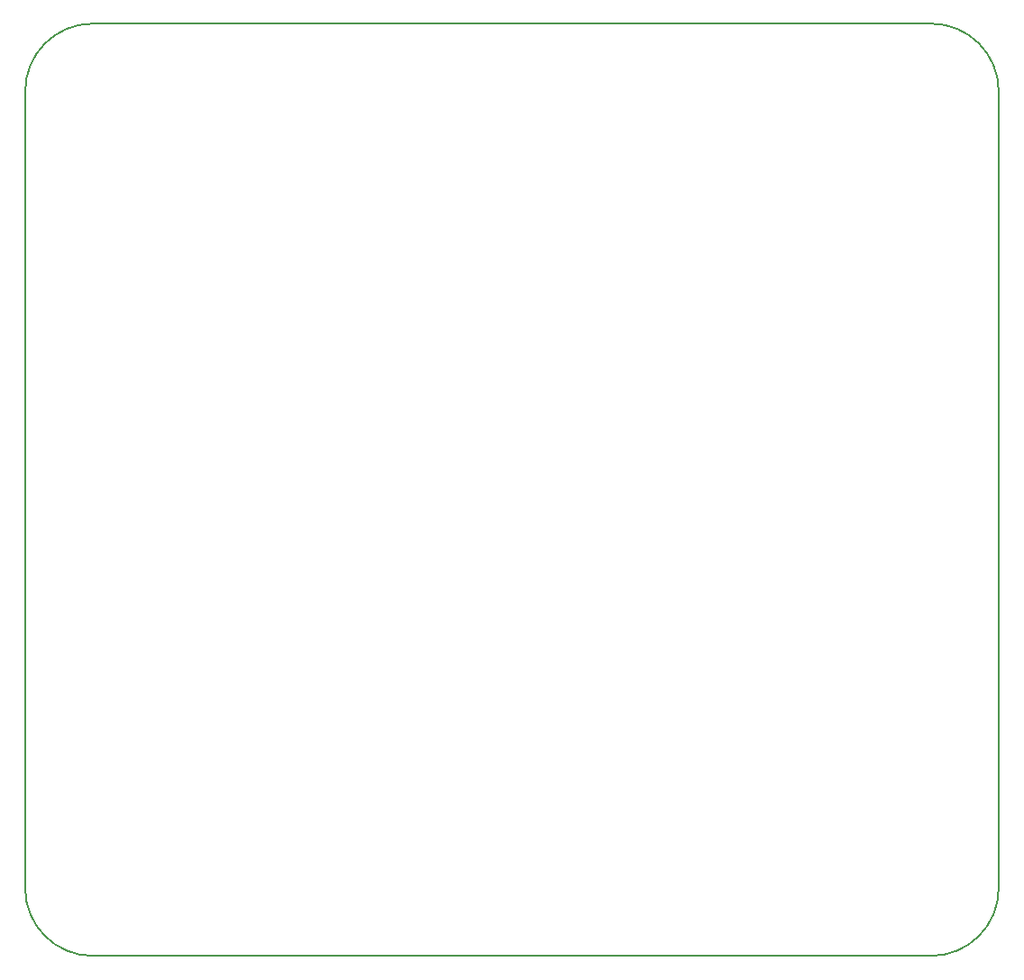
<source format=gko>
G04 #@! TF.FileFunction,Profile,NP*
%FSLAX46Y46*%
G04 Gerber Fmt 4.6, Leading zero omitted, Abs format (unit mm)*
G04 Created by KiCad (PCBNEW 4.0.6) date 11/20/17 19:22:43*
%MOMM*%
%LPD*%
G01*
G04 APERTURE LIST*
%ADD10C,0.100000*%
%ADD11C,0.150000*%
G04 APERTURE END LIST*
D10*
D11*
X91440000Y-143510000D02*
X170180000Y-143510000D01*
X170180000Y-143510000D02*
G75*
G03X176530000Y-137160000I0J6350000D01*
G01*
X176530000Y-62230000D02*
X176530000Y-137160000D01*
X91440000Y-55880000D02*
X170180000Y-55880000D01*
X176530000Y-62230000D02*
G75*
G03X170180000Y-55880000I-6350000J0D01*
G01*
X85090000Y-137160000D02*
X85090000Y-62230000D01*
X85090000Y-137160000D02*
G75*
G03X91440000Y-143510000I6350000J0D01*
G01*
X91440000Y-55880000D02*
G75*
G03X85090000Y-62230000I0J-6350000D01*
G01*
M02*

</source>
